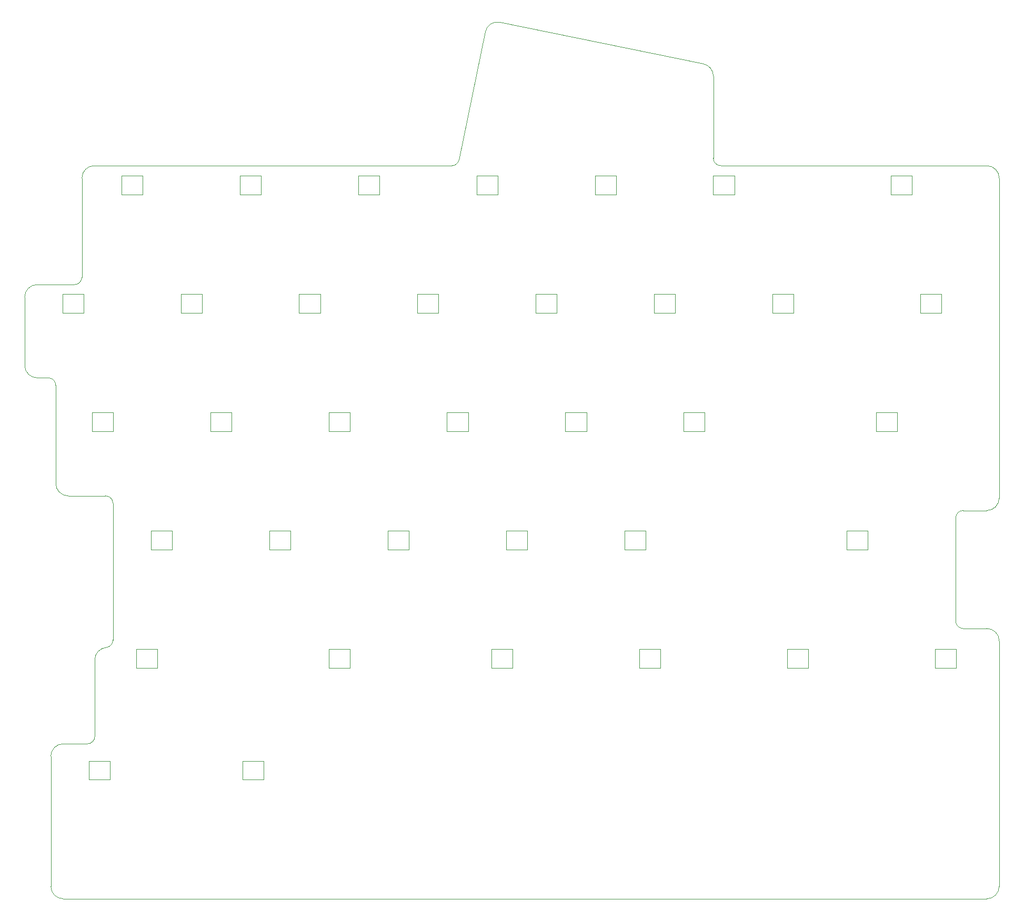
<source format=gbr>
%TF.GenerationSoftware,KiCad,Pcbnew,8.0.7*%
%TF.CreationDate,2025-08-07T20:18:05+02:00*%
%TF.ProjectId,pcb_keyboard_dx_rj11,7063625f-6b65-4796-926f-6172645f6478,rev?*%
%TF.SameCoordinates,Original*%
%TF.FileFunction,Profile,NP*%
%FSLAX46Y46*%
G04 Gerber Fmt 4.6, Leading zero omitted, Abs format (unit mm)*
G04 Created by KiCad (PCBNEW 8.0.7) date 2025-08-07 20:18:05*
%MOMM*%
%LPD*%
G01*
G04 APERTURE LIST*
%TA.AperFunction,Profile*%
%ADD10C,0.100000*%
%TD*%
%TA.AperFunction,Profile*%
%ADD11C,0.120000*%
%TD*%
G04 APERTURE END LIST*
D10*
X35777383Y-165601214D02*
G75*
G02*
X33777386Y-163601214I17J2000014D01*
G01*
X138779526Y-31209424D02*
X106062404Y-24493564D01*
X99474176Y-46642508D02*
G75*
G02*
X98298683Y-47601189I-1175476J241308D01*
G01*
X186377383Y-101101214D02*
X186377383Y-49601214D01*
X184377383Y-122101214D02*
X180577383Y-122101214D01*
X38777383Y-65544814D02*
G75*
G02*
X37577383Y-66744783I-1199983J14D01*
G01*
X186377383Y-101101214D02*
G75*
G02*
X184377383Y-103101183I-1999983J14D01*
G01*
X40857383Y-139464814D02*
G75*
G02*
X39657383Y-140664783I-1199983J14D01*
G01*
X186377383Y-163601214D02*
X186377383Y-124101214D01*
X180577383Y-122101214D02*
G75*
G02*
X179377386Y-120901214I17J1200014D01*
G01*
X138779526Y-31209424D02*
G75*
G02*
X140377339Y-33168578I-402226J-1959176D01*
G01*
X184377383Y-47601214D02*
G75*
G02*
X186377386Y-49601214I17J-1999986D01*
G01*
X36577483Y-100744783D02*
X42577383Y-100744783D01*
X186377383Y-163601214D02*
G75*
G02*
X184377383Y-165601183I-1999983J14D01*
G01*
X29577383Y-68744914D02*
X29577383Y-79761327D01*
X43777383Y-123957014D02*
G75*
G02*
X42682385Y-125152482I-1199983J-86D01*
G01*
X31577483Y-81744783D02*
G75*
G02*
X29577387Y-79761327I17J2000183D01*
G01*
X140377383Y-46401214D02*
X140377383Y-33168578D01*
X103701095Y-26050571D02*
G75*
G02*
X106062403Y-24493569I1959205J-402229D01*
G01*
X40857383Y-127144814D02*
X40857383Y-139464814D01*
X180577383Y-103101214D02*
X184377383Y-103101214D01*
X141577383Y-47601214D02*
G75*
G02*
X140377386Y-46401214I17J1200014D01*
G01*
X99474176Y-46642508D02*
X99474177Y-46642508D01*
X98298683Y-47601214D02*
X40777383Y-47601214D01*
X33777383Y-142664914D02*
G75*
G02*
X35760991Y-140664752I2000217J14D01*
G01*
X39657383Y-140664783D02*
X35760991Y-140664783D01*
X38777383Y-49601214D02*
G75*
G02*
X40777383Y-47601183I2000017J14D01*
G01*
X179377383Y-120901214D02*
X179377383Y-104301214D01*
X40857383Y-127144814D02*
G75*
G02*
X42682383Y-125152453I1999987J44D01*
G01*
X184377383Y-47601214D02*
X141577383Y-47601214D01*
X29577383Y-68744914D02*
G75*
G02*
X31560991Y-66744752I2000217J14D01*
G01*
X36577483Y-100744783D02*
G75*
G02*
X34577387Y-98761327I17J2000183D01*
G01*
X42577383Y-100744783D02*
G75*
G02*
X43777317Y-101944783I-83J-1200017D01*
G01*
X37577383Y-66744783D02*
X31560991Y-66744783D01*
X33777383Y-142664914D02*
X33777383Y-163601214D01*
X43777383Y-101944783D02*
X43777383Y-123957014D01*
X179377383Y-104301214D02*
G75*
G02*
X180577383Y-103101183I1200017J14D01*
G01*
X31577483Y-81744783D02*
X33377383Y-81744783D01*
X33377383Y-81744783D02*
G75*
G02*
X34577317Y-82944783I-83J-1200017D01*
G01*
X38777383Y-49601214D02*
X38777383Y-65544814D01*
X34577383Y-82944783D02*
X34577383Y-98761327D01*
X184377383Y-122101214D02*
G75*
G02*
X186377386Y-124101214I17J-1999986D01*
G01*
X103701095Y-26050571D02*
X99474177Y-46642508D01*
X35777383Y-165601214D02*
X184377383Y-165601214D01*
D11*
%TO.C,LED21*%
X116568169Y-87338000D02*
X116568169Y-90338000D01*
X116568169Y-90338000D02*
X119968169Y-90338000D01*
X119968169Y-87338000D02*
X116568169Y-87338000D01*
X119968169Y-90338000D02*
X119968169Y-87338000D01*
%TO.C,LED32*%
X168938169Y-49248000D02*
X168938169Y-52248000D01*
X168938169Y-52248000D02*
X172338169Y-52248000D01*
X172338169Y-49248000D02*
X168938169Y-49248000D01*
X172338169Y-52248000D02*
X172338169Y-49248000D01*
%TO.C,LED36*%
X176081919Y-125418000D02*
X176081919Y-128418000D01*
X176081919Y-128418000D02*
X179481919Y-128418000D01*
X179481919Y-125418000D02*
X176081919Y-125418000D01*
X179481919Y-128418000D02*
X179481919Y-125418000D01*
%TO.C,LED24*%
X121323169Y-49248000D02*
X121323169Y-52248000D01*
X121323169Y-52248000D02*
X124723169Y-52248000D01*
X124723169Y-49248000D02*
X121323169Y-49248000D01*
X124723169Y-52248000D02*
X124723169Y-49248000D01*
%TO.C,LED5*%
X54688169Y-68298000D02*
X54688169Y-71298000D01*
X54688169Y-71298000D02*
X58088169Y-71298000D01*
X58088169Y-68298000D02*
X54688169Y-68298000D01*
X58088169Y-71298000D02*
X58088169Y-68298000D01*
%TO.C,LED2*%
X40408169Y-87338000D02*
X40408169Y-90338000D01*
X40408169Y-90338000D02*
X43808169Y-90338000D01*
X43808169Y-87338000D02*
X40408169Y-87338000D01*
X43808169Y-90338000D02*
X43808169Y-87338000D01*
%TO.C,LED12*%
X68968169Y-106378000D02*
X68968169Y-109378000D01*
X68968169Y-109378000D02*
X72368169Y-109378000D01*
X72368169Y-106378000D02*
X68968169Y-106378000D01*
X72368169Y-109378000D02*
X72368169Y-106378000D01*
%TO.C,LED31*%
X152266919Y-125418000D02*
X152266919Y-128418000D01*
X152266919Y-128418000D02*
X155666919Y-128418000D01*
X155666919Y-125418000D02*
X152266919Y-125418000D01*
X155666919Y-128418000D02*
X155666919Y-125418000D01*
%TO.C,LED13*%
X78485669Y-125418000D02*
X78485669Y-128418000D01*
X78485669Y-128418000D02*
X81885669Y-128418000D01*
X81885669Y-125418000D02*
X78485669Y-125418000D01*
X81885669Y-128418000D02*
X81885669Y-125418000D01*
%TO.C,LED35*%
X161794419Y-106378000D02*
X161794419Y-109378000D01*
X161794419Y-109378000D02*
X165194419Y-109378000D01*
X165194419Y-106378000D02*
X161794419Y-106378000D01*
X165194419Y-109378000D02*
X165194419Y-106378000D01*
%TO.C,LED28*%
X128466919Y-125418000D02*
X128466919Y-128418000D01*
X128466919Y-128418000D02*
X131866919Y-128418000D01*
X131866919Y-125418000D02*
X128466919Y-125418000D01*
X131866919Y-128418000D02*
X131866919Y-125418000D01*
%TO.C,LED22*%
X107048169Y-106378000D02*
X107048169Y-109378000D01*
X107048169Y-109378000D02*
X110448169Y-109378000D01*
X110448169Y-106378000D02*
X107048169Y-106378000D01*
X110448169Y-109378000D02*
X110448169Y-106378000D01*
%TO.C,LED26*%
X135608169Y-87338000D02*
X135608169Y-90338000D01*
X135608169Y-90338000D02*
X139008169Y-90338000D01*
X139008169Y-87338000D02*
X135608169Y-87338000D01*
X139008169Y-90338000D02*
X139008169Y-87338000D01*
%TO.C,LED20*%
X111808169Y-68298000D02*
X111808169Y-71298000D01*
X111808169Y-71298000D02*
X115208169Y-71298000D01*
X115208169Y-68298000D02*
X111808169Y-68298000D01*
X115208169Y-71298000D02*
X115208169Y-68298000D01*
%TO.C,LED34*%
X166556919Y-87338000D02*
X166556919Y-90338000D01*
X166556919Y-90338000D02*
X169956919Y-90338000D01*
X169956919Y-87338000D02*
X166556919Y-87338000D01*
X169956919Y-90338000D02*
X169956919Y-87338000D01*
%TO.C,LED10*%
X73728169Y-68298000D02*
X73728169Y-71298000D01*
X73728169Y-71298000D02*
X77128169Y-71298000D01*
X77128169Y-68298000D02*
X73728169Y-68298000D01*
X77128169Y-71298000D02*
X77128169Y-68298000D01*
%TO.C,LED11*%
X78488169Y-87338000D02*
X78488169Y-90338000D01*
X78488169Y-90338000D02*
X81888169Y-90338000D01*
X81888169Y-87338000D02*
X78488169Y-87338000D01*
X81888169Y-90338000D02*
X81888169Y-87338000D01*
%TO.C,LED15*%
X83243169Y-49248000D02*
X83243169Y-52248000D01*
X83243169Y-52248000D02*
X86643169Y-52248000D01*
X86643169Y-49248000D02*
X83243169Y-49248000D01*
X86643169Y-52248000D02*
X86643169Y-49248000D01*
%TO.C,LED30*%
X149888169Y-68298000D02*
X149888169Y-71298000D01*
X149888169Y-71298000D02*
X153288169Y-71298000D01*
X153288169Y-68298000D02*
X149888169Y-68298000D01*
X153288169Y-71298000D02*
X153288169Y-68298000D01*
%TO.C,LED4*%
X45163169Y-49248000D02*
X45163169Y-52248000D01*
X45163169Y-52248000D02*
X48563169Y-52248000D01*
X48563169Y-49248000D02*
X45163169Y-49248000D01*
X48563169Y-52248000D02*
X48563169Y-49248000D01*
%TO.C,LED25*%
X130848169Y-68298000D02*
X130848169Y-71298000D01*
X130848169Y-71298000D02*
X134248169Y-71298000D01*
X134248169Y-68298000D02*
X130848169Y-68298000D01*
X134248169Y-71298000D02*
X134248169Y-68298000D01*
%TO.C,LED16*%
X92768169Y-68298000D02*
X92768169Y-71298000D01*
X92768169Y-71298000D02*
X96168169Y-71298000D01*
X96168169Y-68298000D02*
X92768169Y-68298000D01*
X96168169Y-71298000D02*
X96168169Y-68298000D01*
%TO.C,LED17*%
X97528169Y-87338000D02*
X97528169Y-90338000D01*
X97528169Y-90338000D02*
X100928169Y-90338000D01*
X100928169Y-87338000D02*
X97528169Y-87338000D01*
X100928169Y-90338000D02*
X100928169Y-87338000D01*
%TO.C,LED29*%
X140363169Y-49248000D02*
X140363169Y-52248000D01*
X140363169Y-52248000D02*
X143763169Y-52248000D01*
X143763169Y-49248000D02*
X140363169Y-49248000D01*
X143763169Y-52248000D02*
X143763169Y-49248000D01*
%TO.C,LED7*%
X49928169Y-106378000D02*
X49928169Y-109378000D01*
X49928169Y-109378000D02*
X53328169Y-109378000D01*
X53328169Y-106378000D02*
X49928169Y-106378000D01*
X53328169Y-109378000D02*
X53328169Y-106378000D01*
%TO.C,LED1*%
X35648169Y-68298000D02*
X35648169Y-71298000D01*
X35648169Y-71298000D02*
X39048169Y-71298000D01*
X39048169Y-68298000D02*
X35648169Y-68298000D01*
X39048169Y-71298000D02*
X39048169Y-68298000D01*
%TO.C,LED3*%
X39875669Y-143443000D02*
X39875669Y-146443000D01*
X39875669Y-146443000D02*
X43275669Y-146443000D01*
X43275669Y-143443000D02*
X39875669Y-143443000D01*
X43275669Y-146443000D02*
X43275669Y-143443000D01*
%TO.C,LED27*%
X126088169Y-106378000D02*
X126088169Y-109378000D01*
X126088169Y-109378000D02*
X129488169Y-109378000D01*
X129488169Y-106378000D02*
X126088169Y-106378000D01*
X129488169Y-109378000D02*
X129488169Y-106378000D01*
%TO.C,LED19*%
X102283169Y-49248000D02*
X102283169Y-52248000D01*
X102283169Y-52248000D02*
X105683169Y-52248000D01*
X105683169Y-49248000D02*
X102283169Y-49248000D01*
X105683169Y-52248000D02*
X105683169Y-49248000D01*
%TO.C,LED14*%
X64625669Y-143443000D02*
X64625669Y-146443000D01*
X64625669Y-146443000D02*
X68025669Y-146443000D01*
X68025669Y-143443000D02*
X64625669Y-143443000D01*
X68025669Y-146443000D02*
X68025669Y-143443000D01*
%TO.C,LED8*%
X47544419Y-125418000D02*
X47544419Y-128418000D01*
X47544419Y-128418000D02*
X50944419Y-128418000D01*
X50944419Y-125418000D02*
X47544419Y-125418000D01*
X50944419Y-128418000D02*
X50944419Y-125418000D01*
%TO.C,LED18*%
X88008169Y-106378000D02*
X88008169Y-109378000D01*
X88008169Y-109378000D02*
X91408169Y-109378000D01*
X91408169Y-106378000D02*
X88008169Y-106378000D01*
X91408169Y-109378000D02*
X91408169Y-106378000D01*
%TO.C,LED9*%
X64203169Y-49248000D02*
X64203169Y-52248000D01*
X64203169Y-52248000D02*
X67603169Y-52248000D01*
X67603169Y-49248000D02*
X64203169Y-49248000D01*
X67603169Y-52248000D02*
X67603169Y-49248000D01*
%TO.C,LED23*%
X104666919Y-125418000D02*
X104666919Y-128418000D01*
X104666919Y-128418000D02*
X108066919Y-128418000D01*
X108066919Y-125418000D02*
X104666919Y-125418000D01*
X108066919Y-128418000D02*
X108066919Y-125418000D01*
%TO.C,LED33*%
X173700669Y-68298000D02*
X173700669Y-71298000D01*
X173700669Y-71298000D02*
X177100669Y-71298000D01*
X177100669Y-68298000D02*
X173700669Y-68298000D01*
X177100669Y-71298000D02*
X177100669Y-68298000D01*
%TO.C,LED6*%
X59448169Y-87338000D02*
X59448169Y-90338000D01*
X59448169Y-90338000D02*
X62848169Y-90338000D01*
X62848169Y-87338000D02*
X59448169Y-87338000D01*
X62848169Y-90338000D02*
X62848169Y-87338000D01*
%TD*%
M02*

</source>
